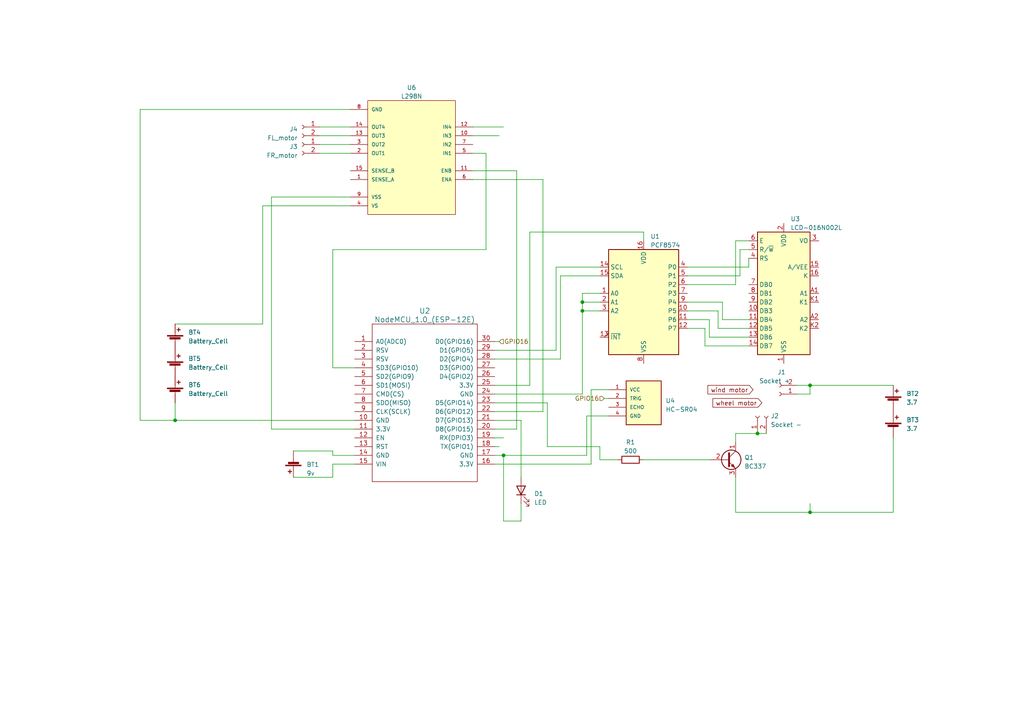
<source format=kicad_sch>
(kicad_sch (version 20230121) (generator eeschema)
  (paper "A4")
  (title_block (title "robot1") (date "2023-05-02") (rev "-") (company "aelde-eggs"))
  (lib_symbols
    (symbol "Connector:Conn_01x02_Socket" (pin_names (offset 1.016) hide)
      (property "Reference" "J" (at 0 2.54 0))
      (property "Value" "Conn_01x02_Socket" (at 0 -5.08 0))
      (symbol "Conn_01x02_Socket_1_1"
        (arc (start 0 -2.032) (mid -0.5058 -2.54) (end 0 -3.048) (stroke (width 0.1524)))
        (polyline (pts (xy -1.27 -2.54) (xy -0.508 -2.54)) (stroke (width 0.1524)))
        (polyline (pts (xy -1.27 0) (xy -0.508 0)) (stroke (width 0.1524)))
        (arc (start 0 0.508) (mid -0.5058 0) (end 0 -0.508) (stroke (width 0.1524)))
        (pin passive line (at -5.08 0 0) (length 3.81) (name "Pin_1") (number "1"))
        (pin passive line (at -5.08 -2.54 0) (length 3.81) (name "Pin_2") (number "2"))
      )
    )
    (symbol "Device:Battery_Cell" (pin_numbers hide) (pin_names (offset 0) hide)
      (property "Reference" "BT" (at 2.54 2.54 0))
      (property "Value" "Battery_Cell" (at 2.54 0 0))
      (symbol "Battery_Cell_0_1"
        (rectangle (start -2.286 1.778) (end 2.286 1.524) (fill (type outline)))
        (rectangle (start -1.5748 1.1938) (end 1.4732 0.6858) (fill (type outline)))
        (polyline (pts (xy 0 0.762) (xy 0 0)))
        (polyline (pts (xy 0 1.778) (xy 0 2.54)))
        (polyline (pts (xy 0.508 3.429) (xy 1.524 3.429)) (stroke (width 0.254)))
        (polyline (pts (xy 1.016 3.937) (xy 1.016 2.921)) (stroke (width 0.254)))
      )
      (symbol "Battery_Cell_1_1"
        (pin passive line (at 0 5.08 270) (length 2.54) (name "+") (number "1"))
        (pin passive line (at 0 -2.54 90) (length 2.54) (name "-") (number "2"))
      )
    )
    (symbol "Device:LED" (pin_numbers hide) (pin_names (offset 1.016) hide)
      (property "Reference" "D" (at 0 2.54 0))
      (property "Value" "LED" (at 0 -2.54 0))
      (symbol "LED_0_1"
        (polyline (pts (xy -1.27 -1.27) (xy -1.27 1.27)) (stroke (width 0.254)))
        (polyline (pts (xy -1.27 0) (xy 1.27 0)))
        (polyline (pts (xy 1.27 -1.27) (xy 1.27 1.27) (xy -1.27 0) (xy 1.27 -1.27)) (stroke (width 0.254)))
        (polyline (pts (xy -3.048 -0.762) (xy -4.572 -2.286) (xy -3.81 -2.286) (xy -4.572 -2.286) (xy -4.572 -1.524)))
        (polyline (pts (xy -1.778 -0.762) (xy -3.302 -2.286) (xy -2.54 -2.286) (xy -3.302 -2.286) (xy -3.302 -1.524)))
      )
      (symbol "LED_1_1"
        (pin passive line (at -3.81 0 0) (length 2.54) (name "K") (number "1"))
        (pin passive line (at 3.81 0 180) (length 2.54) (name "A") (number "2"))
      )
    )
    (symbol "Device:R" (pin_numbers hide) (pin_names (offset 0))
      (property "Reference" "R" (at 2.032 0 90))
      (property "Value" "R" (at 0 0 90))
      (symbol "R_0_1"
        (rectangle (start -1.016 -2.54) (end 1.016 2.54) (stroke (width 0.254)))
      )
      (symbol "R_1_1"
        (pin passive line (at 0 3.81 270) (length 1.27) (name "~") (number "1"))
        (pin passive line (at 0 -3.81 90) (length 1.27) (name "~") (number "2"))
      )
    )
    (symbol "Display_Character:LCD-016N002L"
      (property "Reference" "U" (at -6.35 18.796 0))
      (property "Value" "LCD-016N002L" (at 8.636 18.796 0))
      (symbol "LCD-016N002L_1_1"
        (rectangle (start -7.62 17.78) (end 7.62 -17.78) (stroke (width 0.254)) (fill (type background)))
        (pin power_in line (at 0 -20.32 90) (length 2.54) (name "VSS") (number "1"))
        (pin bidirectional line (at -10.16 -5.08 0) (length 2.54) (name "DB3") (number "10"))
        (pin bidirectional line (at -10.16 -7.62 0) (length 2.54) (name "DB4") (number "11"))
        (pin bidirectional line (at -10.16 -10.16 0) (length 2.54) (name "DB5") (number "12"))
        (pin bidirectional line (at -10.16 -12.7 0) (length 2.54) (name "DB6") (number "13"))
        (pin bidirectional line (at -10.16 -15.24 0) (length 2.54) (name "DB7") (number "14"))
        (pin power_in line (at 10.16 7.62 180) (length 2.54) (name "A/VEE") (number "15"))
        (pin power_in line (at 10.16 5.08 180) (length 2.54) (name "K") (number "16"))
        (pin power_in line (at 0 20.32 270) (length 2.54) (name "VDD") (number "2"))
        (pin input line (at 10.16 15.24 180) (length 2.54) (name "VO") (number "3"))
        (pin input line (at -10.16 10.16 0) (length 2.54) (name "RS") (number "4"))
        (pin input line (at -10.16 12.7 0) (length 2.54) (name "R/~{W}") (number "5"))
        (pin input line (at -10.16 15.24 0) (length 2.54) (name "E") (number "6"))
        (pin bidirectional line (at -10.16 2.54 0) (length 2.54) (name "DB0") (number "7"))
        (pin bidirectional line (at -10.16 0 0) (length 2.54) (name "DB1") (number "8"))
        (pin bidirectional line (at -10.16 -2.54 0) (length 2.54) (name "DB2") (number "9"))
        (pin power_in line (at 10.16 0 180) (length 2.54) (name "A1") (number "A1"))
        (pin power_in line (at 10.16 -7.62 180) (length 2.54) (name "A2") (number "A2"))
        (pin power_in line (at 10.16 -2.54 180) (length 2.54) (name "K1") (number "K1"))
        (pin power_in line (at 10.16 -10.16 180) (length 2.54) (name "K2") (number "K2"))
      )
    )
    (symbol "ESP8266:NodeMCU_1.0_(ESP-12E)" (pin_names (offset 1.016))
      (property "Reference" "U" (at 0 21.59 0))
      (property "Value" "NodeMCU_1.0_(ESP-12E)" (at 0 -21.59 0))
      (symbol "NodeMCU_1.0_(ESP-12E)_0_1"
        (rectangle (start -15.24 -22.86) (end 15.24 22.86))
      )
      (symbol "NodeMCU_1.0_(ESP-12E)_1_1"
        (pin input line (at -20.32 17.78 0) (length 5.08) (name "A0(ADC0)") (number "1"))
        (pin input line (at -20.32 -5.08 0) (length 5.08) (name "GND") (number "10"))
        (pin power_out line (at -20.32 -7.62 0) (length 5.08) (name "3.3V") (number "11"))
        (pin input line (at -20.32 -10.16 0) (length 5.08) (name "EN") (number "12"))
        (pin input line (at -20.32 -12.7 0) (length 5.08) (name "RST") (number "13"))
        (pin power_in line (at -20.32 -15.24 0) (length 5.08) (name "GND") (number "14"))
        (pin power_in line (at -20.32 -17.78 0) (length 5.08) (name "VIN") (number "15"))
        (pin power_out line (at 20.32 -17.78 180) (length 5.08) (name "3.3V") (number "16"))
        (pin power_in line (at 20.32 -15.24 180) (length 5.08) (name "GND") (number "17"))
        (pin bidirectional line (at 20.32 -12.7 180) (length 5.08) (name "TX(GPIO1)") (number "18"))
        (pin bidirectional line (at 20.32 -10.16 180) (length 5.08) (name "RX(DPIO3)") (number "19"))
        (pin input line (at -20.32 15.24 0) (length 5.08) (name "RSV") (number "2"))
        (pin bidirectional line (at 20.32 -7.62 180) (length 5.08) (name "D8(GPIO15)") (number "20"))
        (pin bidirectional line (at 20.32 -5.08 180) (length 5.08) (name "D7(GPIO13)") (number "21"))
        (pin bidirectional line (at 20.32 -2.54 180) (length 5.08) (name "D6(GPIO12)") (number "22"))
        (pin bidirectional line (at 20.32 0 180) (length 5.08) (name "D5(GPIO14)") (number "23"))
        (pin power_in line (at 20.32 2.54 180) (length 5.08) (name "GND") (number "24"))
        (pin power_out line (at 20.32 5.08 180) (length 5.08) (name "3.3V") (number "25"))
        (pin bidirectional line (at 20.32 7.62 180) (length 5.08) (name "D4(GPIO2)") (number "26"))
        (pin bidirectional line (at 20.32 10.16 180) (length 5.08) (name "D3(GPIO0)") (number "27"))
        (pin bidirectional line (at 20.32 12.7 180) (length 5.08) (name "D2(GPIO4)") (number "28"))
        (pin bidirectional line (at 20.32 15.24 180) (length 5.08) (name "D1(GPIO5)") (number "29"))
        (pin input line (at -20.32 12.7 0) (length 5.08) (name "RSV") (number "3"))
        (pin bidirectional line (at 20.32 17.78 180) (length 5.08) (name "D0(GPIO16)") (number "30"))
        (pin bidirectional line (at -20.32 10.16 0) (length 5.08) (name "SD3(GPIO10)") (number "4"))
        (pin bidirectional line (at -20.32 7.62 0) (length 5.08) (name "SD2(GPIO9)") (number "5"))
        (pin bidirectional line (at -20.32 5.08 0) (length 5.08) (name "SD1(MOSI)") (number "6"))
        (pin bidirectional line (at -20.32 2.54 0) (length 5.08) (name "CMD(CS)") (number "7"))
        (pin bidirectional line (at -20.32 0 0) (length 5.08) (name "SDO(MISO)") (number "8"))
        (pin bidirectional line (at -20.32 -2.54 0) (length 5.08) (name "CLK(SCLK)") (number "9"))
      )
    )
    (symbol "HC-SR04:HC-SR04" (pin_names (offset 1.016))
      (property "Reference" "U" (at 0 5.0813 0))
      (property "Value" "HC-SR04" (at 0 -10.163 0))
      (symbol "HC-SR04_0_0"
        (rectangle (start 0 -7.62) (end 10.16 5.08) (stroke (width 0.254)) (fill (type background)))
        (pin power_in line (at -5.08 2.54 0) (length 5.08) (name "VCC") (number "1"))
        (pin bidirectional line (at -5.08 0 0) (length 5.08) (name "TRIG") (number "2"))
        (pin bidirectional line (at -5.08 -2.54 0) (length 5.08) (name "ECHO") (number "3"))
        (pin power_in line (at -5.08 -5.08 0) (length 5.08) (name "GND") (number "4"))
      )
    )
    (symbol "Interface_Expansion:PCF8574"
      (property "Reference" "U" (at -8.89 16.51 0))
      (property "Value" "PCF8574" (at 2.54 16.51 0))
      (symbol "PCF8574_0_1"
        (rectangle (start -10.16 15.24) (end 10.16 -15.24) (stroke (width 0.254)) (fill (type background)))
      )
      (symbol "PCF8574_1_1"
        (pin input line (at -12.7 2.54 0) (length 2.54) (name "A0") (number "1"))
        (pin bidirectional line (at 12.7 -2.54 180) (length 2.54) (name "P5") (number "10"))
        (pin bidirectional line (at 12.7 -5.08 180) (length 2.54) (name "P6") (number "11"))
        (pin bidirectional line (at 12.7 -7.62 180) (length 2.54) (name "P7") (number "12"))
        (pin open_collector output_low (at -12.7 -10.16 0) (length 2.54) (name "~{INT}") (number "13"))
        (pin input line (at -12.7 10.16 0) (length 2.54) (name "SCL") (number "14"))
        (pin bidirectional line (at -12.7 7.62 0) (length 2.54) (name "SDA") (number "15"))
        (pin power_in line (at 0 17.78 270) (length 2.54) (name "VDD") (number "16"))
        (pin input line (at -12.7 0 0) (length 2.54) (name "A1") (number "2"))
        (pin input line (at -12.7 -2.54 0) (length 2.54) (name "A2") (number "3"))
        (pin bidirectional line (at 12.7 10.16 180) (length 2.54) (name "P0") (number "4"))
        (pin bidirectional line (at 12.7 7.62 180) (length 2.54) (name "P1") (number "5"))
        (pin bidirectional line (at 12.7 5.08 180) (length 2.54) (name "P2") (number "6"))
        (pin bidirectional line (at 12.7 2.54 180) (length 2.54) (name "P3") (number "7"))
        (pin power_in line (at 0 -17.78 90) (length 2.54) (name "VSS") (number "8"))
        (pin bidirectional line (at 12.7 0 180) (length 2.54) (name "P4") (number "9"))
      )
    )
    (symbol "L298N:L298N" (pin_names (offset 1.016))
      (property "Reference" "U" (at -12.7 20.32 0))
      (property "Value" "L298N" (at -12.7 -20.32 0))
      (symbol "L298N_0_0"
        (rectangle (start -12.7 -15.24) (end 12.7 17.78) (stroke (width 0.1524)) (fill (type background)))
        (pin passive line (at 17.78 7.62 180) (length 5.08) (name "SENSE_A") (number "1"))
        (pin input line (at -17.78 -5.08 0) (length 5.08) (name "IN3") (number "10"))
        (pin input line (at -17.78 5.08 0) (length 5.08) (name "ENB") (number "11"))
        (pin input line (at -17.78 -7.62 0) (length 5.08) (name "IN4") (number "12"))
        (pin output line (at 17.78 -5.08 180) (length 5.08) (name "OUT3") (number "13"))
        (pin output line (at 17.78 -7.62 180) (length 5.08) (name "OUT4") (number "14"))
        (pin passive line (at 17.78 5.08 180) (length 5.08) (name "SENSE_B") (number "15"))
        (pin output line (at 17.78 0 180) (length 5.08) (name "OUT1") (number "2"))
        (pin output line (at 17.78 -2.54 180) (length 5.08) (name "OUT2") (number "3"))
        (pin power_in line (at 17.78 15.24 180) (length 5.08) (name "VS") (number "4"))
        (pin input line (at -17.78 0 0) (length 5.08) (name "IN1") (number "5"))
        (pin input line (at -17.78 7.62 0) (length 5.08) (name "ENA") (number "6"))
        (pin input line (at -17.78 -2.54 0) (length 5.08) (name "IN2") (number "7"))
        (pin power_in line (at 17.78 -12.7 180) (length 5.08) (name "GND") (number "8"))
        (pin input line (at 17.78 12.7 180) (length 5.08) (name "VSS") (number "9"))
      )
    )
    (symbol "Transistor_BJT:BC337" (pin_names (offset 0) hide)
      (property "Reference" "Q" (at 5.08 1.905 0))
      (property "Value" "BC337" (at 5.08 0 0))
      (symbol "BC337_0_1"
        (polyline (pts (xy 0 0) (xy 0.635 0)))
        (polyline (pts (xy 0.635 0.635) (xy 2.54 2.54)))
        (polyline (pts (xy 0.635 -0.635) (xy 2.54 -2.54) (xy 2.54 -2.54)))
        (polyline (pts (xy 0.635 1.905) (xy 0.635 -1.905) (xy 0.635 -1.905)) (stroke (width 0.508)))
        (polyline (pts (xy 1.27 -1.778) (xy 1.778 -1.27) (xy 2.286 -2.286) (xy 1.27 -1.778) (xy 1.27 -1.778)) (fill (type outline)))
        (circle (center 1.27 0) (radius 2.8194) (stroke (width 0.254)))
      )
      (symbol "BC337_1_1"
        (pin passive line (at 2.54 5.08 270) (length 2.54) (name "C") (number "1"))
        (pin input line (at -5.08 0 0) (length 5.08) (name "B") (number "2"))
        (pin passive line (at 2.54 -5.08 90) (length 2.54) (name "E") (number "3"))
      )
    )
  )
  (junction (at 168.91 90.17))
  (junction (at 219.71 125.73))
  (junction (at 50.8 121.92))
  (junction (at 234.95 148.59))
  (junction (at 234.95 111.76))
  (junction (at 146.05 132.08))
  (junction (at 168.91 87.63))
  (wire (pts (xy 157.48 52.07) (xy 157.48 119.38)))
  (wire (pts (xy 153.67 111.76) (xy 153.67 67.31)))
  (wire (pts (xy 146.05 36.83) (xy 137.16 36.83)))
  (wire (pts (xy 96.52 72.39) (xy 140.97 72.39)))
  (wire (pts (xy 140.97 44.45) (xy 137.16 44.45)))
  (wire (pts (xy 149.86 49.53) (xy 149.86 124.46)))
  (wire (pts (xy 40.64 121.92) (xy 50.8 121.92)))
  (wire (pts (xy 186.69 133.35) (xy 205.74 133.35)))
  (wire (pts (xy 96.52 130.81) (xy 96.52 132.08)))
  (wire (pts (xy 143.51 134.62) (xy 171.45 134.62)))
  (wire (pts (xy 96.52 138.43) (xy 96.52 134.62)))
  (wire (pts (xy 96.52 134.62) (xy 102.87 134.62)))
  (wire (pts (xy 234.95 111.76) (xy 259.08 111.76)))
  (wire (pts (xy 151.13 121.92) (xy 143.51 121.92)))
  (wire (pts (xy 146.05 132.08) (xy 146.05 151.13)))
  (wire (pts (xy 219.71 125.73) (xy 222.25 125.73)))
  (wire (pts (xy 213.36 82.55) (xy 213.36 69.85)))
  (wire (pts (xy 40.64 31.75) (xy 40.64 121.92)))
  (wire (pts (xy 199.39 95.25) (xy 204.47 95.25)))
  (wire (pts (xy 143.51 129.54) (xy 144.78 129.54)))
  (wire (pts (xy 173.99 129.54) (xy 173.99 133.35)))
  (wire (pts (xy 204.47 95.25) (xy 204.47 100.33)))
  (wire (pts (xy 209.55 87.63) (xy 209.55 92.71)))
  (wire (pts (xy 149.86 124.46) (xy 143.51 124.46)))
  (wire (pts (xy 208.28 90.17) (xy 208.28 95.25)))
  (wire (pts (xy 143.51 127) (xy 146.05 127)))
  (wire (pts (xy 50.8 93.98) (xy 76.2 93.98)))
  (wire (pts (xy 234.95 111.76) (xy 234.95 114.3)))
  (wire (pts (xy 85.09 130.81) (xy 96.52 130.81)))
  (wire (pts (xy 143.51 116.84) (xy 158.75 116.84)))
  (wire (pts (xy 205.74 97.79) (xy 217.17 97.79)))
  (wire (pts (xy 143.51 119.38) (xy 157.48 119.38)))
  (wire (pts (xy 85.09 138.43) (xy 96.52 138.43)))
  (wire (pts (xy 137.16 52.07) (xy 157.48 52.07)))
  (wire (pts (xy 162.56 80.01) (xy 173.99 80.01)))
  (wire (pts (xy 92.71 36.83) (xy 101.6 36.83)))
  (wire (pts (xy 213.36 148.59) (xy 234.95 148.59)))
  (wire (pts (xy 199.39 77.47) (xy 217.17 77.47)))
  (wire (pts (xy 153.67 67.31) (xy 186.69 67.31)))
  (wire (pts (xy 92.71 39.37) (xy 101.6 39.37)))
  (wire (pts (xy 78.74 124.46) (xy 102.87 124.46)))
  (wire (pts (xy 92.71 44.45) (xy 101.6 44.45)))
  (wire (pts (xy 199.39 87.63) (xy 209.55 87.63)))
  (wire (pts (xy 259.08 148.59) (xy 234.95 148.59)))
  (wire (pts (xy 217.17 77.47) (xy 217.17 74.93)))
  (wire (pts (xy 175.26 115.57) (xy 176.53 115.57)))
  (wire (pts (xy 168.91 90.17) (xy 168.91 114.3)))
  (wire (pts (xy 213.36 69.85) (xy 217.17 69.85)))
  (wire (pts (xy 213.36 128.27) (xy 213.36 125.73)))
  (wire (pts (xy 40.64 31.75) (xy 101.6 31.75)))
  (wire (pts (xy 213.36 125.73) (xy 219.71 125.73)))
  (wire (pts (xy 168.91 87.63) (xy 168.91 90.17)))
  (wire (pts (xy 170.18 120.65) (xy 176.53 120.65)))
  (wire (pts (xy 161.29 101.6) (xy 161.29 77.47)))
  (wire (pts (xy 199.39 80.01) (xy 214.63 80.01)))
  (wire (pts (xy 231.14 111.76) (xy 234.95 111.76)))
  (wire (pts (xy 78.74 57.15) (xy 78.74 124.46)))
  (wire (pts (xy 151.13 138.43) (xy 151.13 121.92)))
  (wire (pts (xy 50.8 116.84) (xy 50.8 121.92)))
  (wire (pts (xy 143.51 111.76) (xy 153.67 111.76)))
  (wire (pts (xy 92.71 41.91) (xy 101.6 41.91)))
  (wire (pts (xy 151.13 151.13) (xy 151.13 146.05)))
  (wire (pts (xy 78.74 57.15) (xy 101.6 57.15)))
  (wire (pts (xy 214.63 80.01) (xy 214.63 72.39)))
  (wire (pts (xy 170.18 132.08) (xy 170.18 120.65)))
  (wire (pts (xy 204.47 100.33) (xy 217.17 100.33)))
  (wire (pts (xy 76.2 59.69) (xy 76.2 93.98)))
  (wire (pts (xy 161.29 77.47) (xy 173.99 77.47)))
  (wire (pts (xy 171.45 134.62) (xy 171.45 113.03)))
  (wire (pts (xy 76.2 59.69) (xy 101.6 59.69)))
  (wire (pts (xy 158.75 116.84) (xy 158.75 129.54)))
  (wire (pts (xy 173.99 85.09) (xy 168.91 85.09)))
  (wire (pts (xy 143.51 104.14) (xy 162.56 104.14)))
  (wire (pts (xy 213.36 138.43) (xy 213.36 148.59)))
  (wire (pts (xy 168.91 90.17) (xy 173.99 90.17)))
  (wire (pts (xy 146.05 132.08) (xy 170.18 132.08)))
  (wire (pts (xy 146.05 151.13) (xy 151.13 151.13)))
  (wire (pts (xy 199.39 92.71) (xy 205.74 92.71)))
  (wire (pts (xy 143.51 101.6) (xy 161.29 101.6)))
  (wire (pts (xy 144.78 39.37) (xy 137.16 39.37)))
  (wire (pts (xy 186.69 67.31) (xy 186.69 69.85)))
  (wire (pts (xy 168.91 87.63) (xy 173.99 87.63)))
  (wire (pts (xy 214.63 72.39) (xy 217.17 72.39)))
  (wire (pts (xy 173.99 133.35) (xy 179.07 133.35)))
  (wire (pts (xy 158.75 129.54) (xy 173.99 129.54)))
  (wire (pts (xy 102.87 106.68) (xy 96.52 106.68)))
  (wire (pts (xy 143.51 132.08) (xy 146.05 132.08)))
  (wire (pts (xy 171.45 113.03) (xy 176.53 113.03)))
  (wire (pts (xy 162.56 104.14) (xy 162.56 80.01)))
  (wire (pts (xy 96.52 72.39) (xy 96.52 106.68)))
  (wire (pts (xy 234.95 148.59) (xy 234.95 146.05)))
  (wire (pts (xy 96.52 132.08) (xy 102.87 132.08)))
  (wire (pts (xy 143.51 99.06) (xy 144.78 99.06)))
  (wire (pts (xy 208.28 95.25) (xy 217.17 95.25)))
  (wire (pts (xy 205.74 92.71) (xy 205.74 97.79)))
  (wire (pts (xy 234.95 114.3) (xy 231.14 114.3)))
  (wire (pts (xy 259.08 127) (xy 259.08 148.59)))
  (wire (pts (xy 168.91 85.09) (xy 168.91 87.63)))
  (wire (pts (xy 140.97 72.39) (xy 140.97 44.45)))
  (wire (pts (xy 50.8 121.92) (xy 102.87 121.92)))
  (wire (pts (xy 199.39 90.17) (xy 208.28 90.17)))
  (wire (pts (xy 137.16 49.53) (xy 149.86 49.53)))
  (wire (pts (xy 199.39 82.55) (xy 213.36 82.55)))
  (wire (pts (xy 168.91 114.3) (xy 143.51 114.3)))
  (wire (pts (xy 209.55 92.71) (xy 217.17 92.71)))
  (global_label "wind motor" (shape input) (at 218.44 113.03 180) (property "Intersheetrefs" "${INTERSHEET_REFS}" (effects hide)))
  (global_label "wheel motor" (shape input) (at 220.98 116.84 180) (property "Intersheetrefs" "${INTERSHEET_REFS}" (effects hide)))
  (hierarchical_label "GPIO16" (shape input) (at 144.78 99.06 0))
  (hierarchical_label "GPIO16" (shape input) (at 175.26 115.57 180))
  (symbol (lib_id "Connector:Conn_01x02_Socket") (at 87.63 36.83 0) (mirror y) (unit 1)
    (property "Reference" "J4" (at 86.36 37.465 0) (effects (justify left)))
    (property "Value" "FL_motor" (at 86.36 40.005 0) (effects (justify left)))
    (property "Footprint" "Connector_PinSocket_1.00mm:PinSocket_1x02_P1.00mm_Vertical_SMD_Pin1Left" (effects hide))
  )
  (symbol (lib_id "Display_Character:LCD-016N002L") (at 227.33 85.09 0) (unit 1)
    (property "Reference" "U3" (at 229.2859 63.5 0) (effects (justify left)))
    (property "Value" "LCD-016N002L" (at 229.2859 66.04 0) (effects (justify left)))
    (property "Footprint" "Display:LCD-016N002L" (effects hide))
    (property "Datasheet" "http://www.vishay.com/docs/37299/37299.pdf" (effects hide))
  )
  (symbol (lib_id "ESP8266:NodeMCU_1.0_(ESP-12E)") (at 123.19 116.84 0) (unit 1)
    (property "Reference" "U2" (at 123.19 90.17 0) (effects (font (size 1.524 1.524))))
    (property "Value" "NodeMCU_1.0_(ESP-12E)" (at 123.19 92.71 0) (effects (font (size 1.524 1.524))))
    (property "Footprint" "ESP8266:NodeMCU-LoLinV3" (effects hide))
  )
  (symbol (lib_id "Device:R") (at 182.88 133.35 90) (unit 1)
    (property "Reference" "R1" (at 182.88 128.27 90))
    (property "Value" "500" (at 182.88 130.81 90))
    (property "Footprint" "Resistor_THT:R_Axial_DIN0204_L3.6mm_D1.6mm_P2.54mm_Vertical" (effects hide))
  )
  (symbol (lib_id "Device:Battery_Cell") (at 259.08 116.84 0) (unit 1)
    (property "Reference" "BT2" (at 262.89 114.173 0) (effects (justify left)))
    (property "Value" "3.7" (at 262.89 116.713 0) (effects (justify left)))
    (property "Footprint" "Battery:BatteryHolder_Keystone_1042_1x18650" (effects hide))
  )
  (symbol (lib_id "L298N:L298N") (at 119.38 44.45 180) (unit 1)
    (property "Reference" "U6" (at 119.38 25.4 0))
    (property "Value" "L298N" (at 119.38 27.94 0))
    (property "Footprint" "Package_TO_SOT_THT:TO-220-15_P2.54x2.54mm_StaggerEven_Lead4.58mm_Vertical" (effects hide))
    (property "STANDARD" "IPC-7351B" (effects hide))
    (property "MAXIMUM_PACKAGE_HEIGHT" "5.0mm" (effects hide))
    (property "MANUFACTURER" "STMicroelectronics" (effects hide))
  )
  (symbol (lib_id "Connector:Conn_01x02_Socket") (at 219.71 120.65 90) (unit 1)
    (property "Reference" "J2" (at 223.52 120.65 90) (effects (justify right)))
    (property "Value" "Socket -" (at 223.52 123.19 90) (effects (justify right)))
    (property "Footprint" "Connector_PinSocket_1.00mm:PinSocket_1x02_P1.00mm_Vertical_SMD_Pin1Left" (effects hide))
  )
  (symbol (lib_id "Device:Battery_Cell") (at 50.8 106.68 0) (unit 1)
    (property "Reference" "BT5" (at 54.61 104.013 0) (effects (justify left)))
    (property "Value" "Battery_Cell" (at 54.61 106.553 0) (effects (justify left)))
    (property "Footprint" "Battery:BatteryHolder_Keystone_1042_1x18650" (effects hide))
  )
  (symbol (lib_id "Connector:Conn_01x02_Socket") (at 226.06 114.3 180) (unit 1)
    (property "Reference" "J1" (at 226.695 107.95 0))
    (property "Value" "Socket +" (at 224.695 110.49 0))
    (property "Footprint" "Connector_PinSocket_1.00mm:PinSocket_1x02_P1.00mm_Vertical_SMD_Pin1Left" (effects hide))
  )
  (symbol (lib_id "Transistor_BJT:BC337") (at 210.82 133.35 0) (unit 1)
    (property "Reference" "Q1" (at 215.9 132.715 0) (effects (justify left)))
    (property "Value" "BC337" (at 215.9 135.255 0) (effects (justify left)))
    (property "Footprint" "Package_TO_SOT_THT:TO-92_Inline" (effects hide))
    (property "Datasheet" "https://diotec.com/tl_files/diotec/files/pdf/datasheets/bc337.pdf" (effects hide))
  )
  (symbol (lib_id "Device:Battery_Cell") (at 85.09 133.35 180) (unit 1)
    (property "Reference" "BT1" (at 88.9 134.747 0) (effects (justify right)))
    (property "Value" "9v" (at 88.9 137.287 0) (effects (justify right)))
    (property "Footprint" "Battery:BatteryHolder_Eagle_12BH611-GR" (effects hide))
  )
  (symbol (lib_id "Interface_Expansion:PCF8574") (at 186.69 87.63 0) (unit 1)
    (property "Reference" "U1" (at 188.6459 68.58 0) (effects (justify left)))
    (property "Value" "PCF8574" (at 188.6459 71.12 0) (effects (justify left)))
    (property "Footprint" "PCF8574:DIL16" (effects hide))
    (property "Datasheet" "http://www.nxp.com/documents/data_sheet/PCF8574_PCF8574A.pdf" (effects hide))
  )
  (symbol (lib_id "Device:Battery_Cell") (at 50.8 99.06 0) (unit 1)
    (property "Reference" "BT4" (at 54.61 96.393 0) (effects (justify left)))
    (property "Value" "Battery_Cell" (at 54.61 98.933 0) (effects (justify left)))
    (property "Footprint" "Battery:BatteryHolder_Keystone_1042_1x18650" (effects hide))
  )
  (symbol (lib_id "Connector:Conn_01x02_Socket") (at 87.63 41.91 0) (mirror y) (unit 1)
    (property "Reference" "J3" (at 86.36 42.545 0) (effects (justify left)))
    (property "Value" "FR_motor" (at 86.36 45.085 0) (effects (justify left)))
    (property "Footprint" "Connector_PinSocket_1.00mm:PinSocket_1x02_P1.00mm_Vertical_SMD_Pin1Left" (effects hide))
  )
  (symbol (lib_id "Device:LED") (at 151.13 142.24 90) (unit 1)
    (property "Reference" "D1" (at 154.94 143.1925 90) (effects (justify right)))
    (property "Value" "LED" (at 154.94 145.7325 90) (effects (justify right)))
    (property "Footprint" "LED_THT:LED_D3.0mm_Horizontal_O1.27mm_Z2.0mm" (effects hide))
  )
  (symbol (lib_id "Device:Battery_Cell") (at 50.8 114.3 0) (unit 1)
    (property "Reference" "BT6" (at 54.61 111.633 0) (effects (justify left)))
    (property "Value" "Battery_Cell" (at 54.61 114.173 0) (effects (justify left)))
    (property "Footprint" "Battery:BatteryHolder_Keystone_1042_1x18650" (effects hide))
  )
  (symbol (lib_id "HC-SR04:HC-SR04") (at 181.61 115.57 0) (unit 1)
    (property "Reference" "U4" (at 193.04 116.205 0) (effects (justify left)))
    (property "Value" "HC-SR04" (at 193.04 118.745 0) (effects (justify left)))
    (property "Footprint" "HC-SR04:HC-SR04" (effects hide))
    (property "MANUFACTURER" "Osepp" (effects hide))
  )
  (symbol (lib_id "Device:Battery_Cell") (at 259.08 124.46 0) (unit 1)
    (property "Reference" "BT3" (at 262.89 121.793 0) (effects (justify left)))
    (property "Value" "3.7" (at 262.89 124.333 0) (effects (justify left)))
    (property "Footprint" "Battery:BatteryHolder_Keystone_1042_1x18650" (effects hide))
  )
)
</source>
